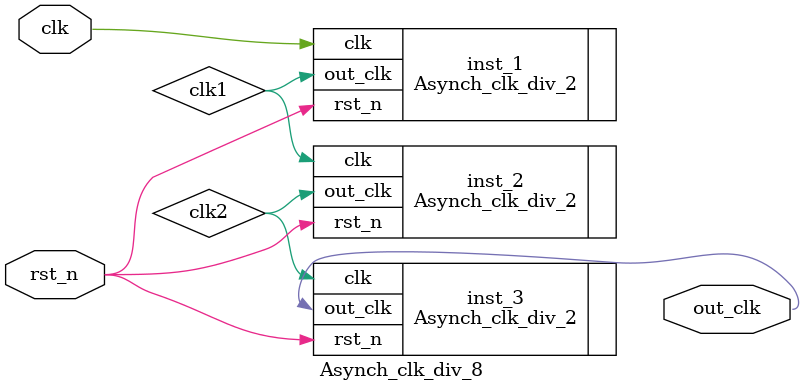
<source format=v>

module Asynch_clk_div_8(
input clk,
input rst_n,
output out_clk
); 
 
wire clk1, clk2; 

Asynch_clk_div_2 inst_1 (.clk(clk), .rst_n(rst_n), .out_clk(clk1)); 
Asynch_clk_div_2 inst_2 (.clk(clk1), .rst_n(rst_n), .out_clk(clk2)); 
Asynch_clk_div_2 inst_3 (.clk(clk2), .rst_n(rst_n), .out_clk(out_clk)); 

endmodule 

// instance: 
// Asynch_clk_div_2 inst_name (.clk(clk), .rst_n(rst_n), .out_clk(out_clk)); 
</source>
